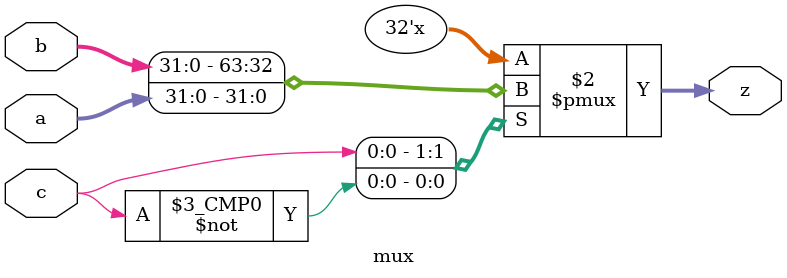
<source format=v>
`timescale 1ns / 1ps
module mux(a,b,c,z
    );
input [31:0] a,b;
input c;
output [31:0] z;
reg [31:0] z;
always @(*)
case(c)
	1'b1:z<=b;
	1'b0:z<=a;
endcase
endmodule

</source>
